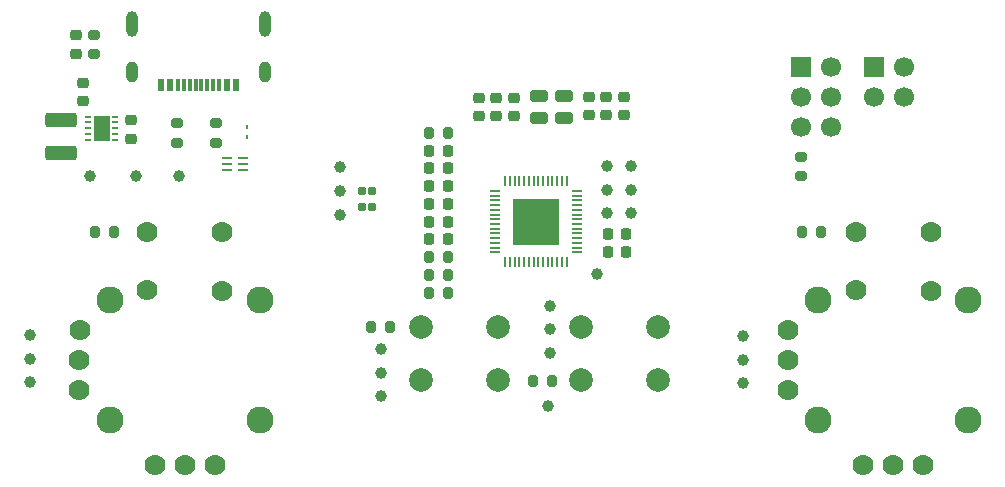
<source format=gbr>
%TF.GenerationSoftware,KiCad,Pcbnew,9.0.1-9.0.1-0~ubuntu24.04.1*%
%TF.CreationDate,2025-05-01T11:00:14-04:00*%
%TF.ProjectId,drone_sim_controler,64726f6e-655f-4736-996d-5f636f6e7472,rev?*%
%TF.SameCoordinates,Original*%
%TF.FileFunction,Soldermask,Top*%
%TF.FilePolarity,Negative*%
%FSLAX46Y46*%
G04 Gerber Fmt 4.6, Leading zero omitted, Abs format (unit mm)*
G04 Created by KiCad (PCBNEW 9.0.1-9.0.1-0~ubuntu24.04.1) date 2025-05-01 11:00:14*
%MOMM*%
%LPD*%
G01*
G04 APERTURE LIST*
G04 Aperture macros list*
%AMRoundRect*
0 Rectangle with rounded corners*
0 $1 Rounding radius*
0 $2 $3 $4 $5 $6 $7 $8 $9 X,Y pos of 4 corners*
0 Add a 4 corners polygon primitive as box body*
4,1,4,$2,$3,$4,$5,$6,$7,$8,$9,$2,$3,0*
0 Add four circle primitives for the rounded corners*
1,1,$1+$1,$2,$3*
1,1,$1+$1,$4,$5*
1,1,$1+$1,$6,$7*
1,1,$1+$1,$8,$9*
0 Add four rect primitives between the rounded corners*
20,1,$1+$1,$2,$3,$4,$5,0*
20,1,$1+$1,$4,$5,$6,$7,0*
20,1,$1+$1,$6,$7,$8,$9,0*
20,1,$1+$1,$8,$9,$2,$3,0*%
G04 Aperture macros list end*
%ADD10C,0.000000*%
%ADD11C,1.000000*%
%ADD12RoundRect,0.200000X-0.275000X0.200000X-0.275000X-0.200000X0.275000X-0.200000X0.275000X0.200000X0*%
%ADD13RoundRect,0.062500X0.350000X0.062500X-0.350000X0.062500X-0.350000X-0.062500X0.350000X-0.062500X0*%
%ADD14RoundRect,0.225000X0.225000X0.250000X-0.225000X0.250000X-0.225000X-0.250000X0.225000X-0.250000X0*%
%ADD15RoundRect,0.200000X0.200000X0.275000X-0.200000X0.275000X-0.200000X-0.275000X0.200000X-0.275000X0*%
%ADD16RoundRect,0.225000X0.250000X-0.225000X0.250000X0.225000X-0.250000X0.225000X-0.250000X-0.225000X0*%
%ADD17RoundRect,0.225000X-0.250000X0.225000X-0.250000X-0.225000X0.250000X-0.225000X0.250000X0.225000X0*%
%ADD18RoundRect,0.200000X-0.200000X-0.275000X0.200000X-0.275000X0.200000X0.275000X-0.200000X0.275000X0*%
%ADD19R,0.600000X1.100000*%
%ADD20R,0.300000X1.100000*%
%ADD21RoundRect,0.500000X-0.000010X0.400000X-0.000010X-0.400000X0.000010X-0.400000X0.000010X0.400000X0*%
%ADD22RoundRect,0.500000X-0.000010X0.600000X-0.000010X-0.600000X0.000010X-0.600000X0.000010X0.600000X0*%
%ADD23RoundRect,0.090000X-0.235000X0.210000X-0.235000X-0.210000X0.235000X-0.210000X0.235000X0.210000X0*%
%ADD24RoundRect,0.250000X1.075000X-0.375000X1.075000X0.375000X-1.075000X0.375000X-1.075000X-0.375000X0*%
%ADD25C,2.000000*%
%ADD26RoundRect,0.062500X-0.062500X0.117500X-0.062500X-0.117500X0.062500X-0.117500X0.062500X0.117500X0*%
%ADD27RoundRect,0.050000X-0.350000X-0.050000X0.350000X-0.050000X0.350000X0.050000X-0.350000X0.050000X0*%
%ADD28RoundRect,0.050000X-0.050000X-0.350000X0.050000X-0.350000X0.050000X0.350000X-0.050000X0.350000X0*%
%ADD29R,4.000000X4.000000*%
%ADD30C,1.778000*%
%ADD31C,2.286000*%
%ADD32O,0.599999X0.249999*%
%ADD33R,1.200000X2.000001*%
%ADD34C,0.499999*%
%ADD35RoundRect,0.157500X-0.567500X-0.367500X0.567500X-0.367500X0.567500X0.367500X-0.567500X0.367500X0*%
%ADD36RoundRect,0.225000X-0.225000X-0.250000X0.225000X-0.250000X0.225000X0.250000X-0.225000X0.250000X0*%
%ADD37R,1.700000X1.700000*%
%ADD38C,1.700000*%
%ADD39RoundRect,0.200000X0.275000X-0.200000X0.275000X0.200000X-0.275000X0.200000X-0.275000X-0.200000X0*%
G04 APERTURE END LIST*
D10*
%TO.C,U3*%
G36*
X60363499Y-128206300D02*
G01*
X59036501Y-128206300D01*
X59036501Y-127736499D01*
X60363499Y-127736499D01*
X60363499Y-128206300D01*
G37*
G36*
X60363499Y-128993700D02*
G01*
X59036501Y-128993700D01*
X59036501Y-128606300D01*
X60363499Y-128606300D01*
X60363499Y-128993700D01*
G37*
G36*
X59500000Y-129863501D02*
G01*
X59036501Y-129863501D01*
X59036501Y-127736499D01*
X59500000Y-127736499D01*
X59500000Y-129863501D01*
G37*
G36*
X60363499Y-129863501D02*
G01*
X59036501Y-129863501D01*
X59036501Y-129393700D01*
X60363499Y-129393700D01*
X60363499Y-129863501D01*
G37*
G36*
X60363499Y-129863501D02*
G01*
X59900000Y-129863501D01*
X59900000Y-127736499D01*
X60363499Y-127736499D01*
X60363499Y-129863501D01*
G37*
%TD*%
D11*
%TO.C,TP4*%
X102500000Y-136000000D03*
%TD*%
%TO.C,TP1*%
X104500000Y-136000000D03*
%TD*%
%TO.C,TP2*%
X104500000Y-134000000D03*
%TD*%
%TO.C,TP26*%
X79900000Y-136100000D03*
%TD*%
%TO.C,TP25*%
X79900000Y-134100000D03*
%TD*%
%TO.C,TP24*%
X79900000Y-132100000D03*
%TD*%
%TO.C,TP23*%
X53600000Y-148300000D03*
%TD*%
%TO.C,TP22*%
X53600000Y-150300000D03*
%TD*%
%TO.C,TP21*%
X53600000Y-146300000D03*
%TD*%
%TO.C,TP20*%
X114000000Y-148400000D03*
%TD*%
%TO.C,TP19*%
X114000000Y-150400000D03*
%TD*%
%TO.C,TP18*%
X114000000Y-146400000D03*
%TD*%
%TO.C,TP17*%
X97500000Y-152300000D03*
%TD*%
%TO.C,TP16*%
X83300000Y-147500000D03*
%TD*%
%TO.C,TP15*%
X66200000Y-132800000D03*
%TD*%
D12*
%TO.C,R3*%
X69400000Y-130025000D03*
X69400000Y-128375000D03*
%TD*%
%TO.C,R2*%
X66100000Y-130025000D03*
X66100000Y-128375000D03*
%TD*%
D13*
%TO.C,U2*%
X70312500Y-132300000D03*
X70312500Y-131800000D03*
X70312500Y-131300000D03*
X71687500Y-131300000D03*
X71687500Y-131800000D03*
X71687500Y-132300000D03*
%TD*%
D14*
%TO.C,C5*%
X88975000Y-132200000D03*
X87425000Y-132200000D03*
%TD*%
D11*
%TO.C,TP8*%
X97600000Y-143800000D03*
%TD*%
D15*
%TO.C,R7*%
X89025000Y-141200000D03*
X87375000Y-141200000D03*
%TD*%
D14*
%TO.C,C4*%
X88975000Y-135200000D03*
X87425000Y-135200000D03*
%TD*%
D16*
%TO.C,C29*%
X58100000Y-126475000D03*
X58100000Y-124925000D03*
%TD*%
D14*
%TO.C,C7*%
X88975000Y-133700000D03*
X87425000Y-133700000D03*
%TD*%
D11*
%TO.C,TP7*%
X101600000Y-141100000D03*
%TD*%
D17*
%TO.C,C14*%
X100900000Y-126125000D03*
X100900000Y-127675000D03*
%TD*%
D18*
%TO.C,R10*%
X118975000Y-137600000D03*
X120625000Y-137600000D03*
%TD*%
D11*
%TO.C,TP5*%
X102500000Y-134000000D03*
%TD*%
D18*
%TO.C,R9*%
X59075000Y-137600000D03*
X60725000Y-137600000D03*
%TD*%
%TO.C,R12*%
X96175000Y-150200000D03*
X97825000Y-150200000D03*
%TD*%
%TO.C,R11*%
X82475000Y-145600000D03*
X84125000Y-145600000D03*
%TD*%
D19*
%TO.C,J1*%
X71080000Y-125150000D03*
X70280000Y-125150000D03*
D20*
X69130000Y-125150000D03*
X68125000Y-125150000D03*
X67630000Y-125150000D03*
X66630000Y-125150000D03*
D19*
X64680000Y-125150000D03*
X65480000Y-125150000D03*
D20*
X66130000Y-125150000D03*
X67130000Y-125150000D03*
X68630000Y-125150000D03*
X69630000Y-125150000D03*
D21*
X73500000Y-124000000D03*
D22*
X73500000Y-120000000D03*
D21*
X62260000Y-124000000D03*
D22*
X62260000Y-120000000D03*
%TD*%
D15*
%TO.C,R8*%
X89025000Y-139700000D03*
X87375000Y-139700000D03*
%TD*%
D23*
%TO.C,D2*%
X81700000Y-135500000D03*
X82600000Y-135500000D03*
X81700000Y-134100000D03*
X82600000Y-134100000D03*
%TD*%
D12*
%TO.C,R4*%
X59000000Y-120875000D03*
X59000000Y-122525000D03*
%TD*%
D16*
%TO.C,C15*%
X94600000Y-127775000D03*
X94600000Y-126225000D03*
%TD*%
D11*
%TO.C,TP11*%
X83300000Y-151500000D03*
%TD*%
D14*
%TO.C,C9*%
X88975000Y-138200000D03*
X87425000Y-138200000D03*
%TD*%
D24*
%TO.C,L1*%
X56200000Y-130900000D03*
X56200000Y-128100000D03*
%TD*%
D11*
%TO.C,TP6*%
X104500000Y-132000000D03*
%TD*%
D25*
%TO.C,SW2*%
X100250000Y-145578497D03*
X106750000Y-145578497D03*
X100250000Y-150078497D03*
X106750000Y-150078497D03*
%TD*%
D11*
%TO.C,TP14*%
X62600000Y-132800000D03*
%TD*%
%TO.C,TP12*%
X83300000Y-149500000D03*
%TD*%
D17*
%TO.C,C13*%
X57500000Y-120925000D03*
X57500000Y-122475000D03*
%TD*%
D16*
%TO.C,C8*%
X91600000Y-127775000D03*
X91600000Y-126225000D03*
%TD*%
D15*
%TO.C,R6*%
X89025000Y-142700000D03*
X87375000Y-142700000D03*
%TD*%
D26*
%TO.C,D1*%
X72000000Y-129520000D03*
X72000000Y-128680000D03*
%TD*%
D27*
%TO.C,U1*%
X93000000Y-134100000D03*
X93000000Y-134500000D03*
X93000000Y-134900000D03*
X93000000Y-135300000D03*
X93000000Y-135700000D03*
X93000000Y-136100000D03*
X93000000Y-136500000D03*
X93000000Y-136900000D03*
X93000000Y-137300000D03*
X93000000Y-137700000D03*
X93000000Y-138100000D03*
X93000000Y-138500000D03*
X93000000Y-138900000D03*
X93000000Y-139300000D03*
D28*
X93850000Y-140150000D03*
X94250000Y-140150000D03*
X94650000Y-140150000D03*
X95050000Y-140150000D03*
X95450000Y-140150000D03*
X95850000Y-140150000D03*
X96250000Y-140150000D03*
X96650000Y-140150000D03*
X97050000Y-140150000D03*
X97450000Y-140150000D03*
X97850000Y-140150000D03*
X98250000Y-140150000D03*
X98650000Y-140150000D03*
X99050000Y-140150000D03*
D27*
X99900000Y-139300000D03*
X99900000Y-138900000D03*
X99900000Y-138500000D03*
X99900000Y-138100000D03*
X99900000Y-137700000D03*
X99900000Y-137300000D03*
X99900000Y-136900000D03*
X99900000Y-136500000D03*
X99900000Y-136100000D03*
X99900000Y-135700000D03*
X99900000Y-135300000D03*
X99900000Y-134900000D03*
X99900000Y-134500000D03*
X99900000Y-134100000D03*
D28*
X99050000Y-133250000D03*
X98650000Y-133250000D03*
X98250000Y-133250000D03*
X97850000Y-133250000D03*
X97450000Y-133250000D03*
X97050000Y-133250000D03*
X96650000Y-133250000D03*
X96250000Y-133250000D03*
X95850000Y-133250000D03*
X95450000Y-133250000D03*
X95050000Y-133250000D03*
X94650000Y-133250000D03*
X94250000Y-133250000D03*
X93850000Y-133250000D03*
D29*
X96450000Y-136700000D03*
%TD*%
D30*
%TO.C,JS2*%
X123525000Y-137585200D03*
X129875000Y-137605000D03*
X123525000Y-142525200D03*
X129885000Y-142545200D03*
X124175000Y-157275200D03*
X126715000Y-157295200D03*
X129255000Y-157275200D03*
D31*
X120350000Y-143335200D03*
X120350000Y-153465200D03*
X133050000Y-143320000D03*
X133050000Y-153480000D03*
D30*
X117810000Y-145860000D03*
X117795000Y-148385200D03*
X117795000Y-150925200D03*
%TD*%
D11*
%TO.C,TP9*%
X97600000Y-145800000D03*
%TD*%
%TO.C,TP10*%
X97600000Y-147800000D03*
%TD*%
%TO.C,TP13*%
X58700000Y-132800000D03*
%TD*%
D32*
%TO.C,U3*%
X58550000Y-127799997D03*
X58550000Y-128299998D03*
X58550000Y-128799997D03*
X58550000Y-129299996D03*
X58550000Y-129799998D03*
X60850000Y-129799998D03*
X60850000Y-129299996D03*
X60850000Y-128799997D03*
X60850000Y-128299998D03*
X60850000Y-127799997D03*
D33*
X59700000Y-128800000D03*
D34*
X59700000Y-128406300D03*
X59700000Y-129193700D03*
%TD*%
D35*
%TO.C,Y1*%
X96700000Y-127900000D03*
X98850000Y-127900000D03*
X98850000Y-126050000D03*
X96700000Y-126050000D03*
%TD*%
D36*
%TO.C,C2*%
X102562500Y-139262500D03*
X104112500Y-139262500D03*
%TD*%
D11*
%TO.C,TP3*%
X102500000Y-132000000D03*
%TD*%
D37*
%TO.C,J3*%
X125085000Y-123605000D03*
D38*
X127625000Y-123605000D03*
X125085000Y-126145000D03*
X127625000Y-126145000D03*
%TD*%
D25*
%TO.C,SW1*%
X86700000Y-145578497D03*
X93200000Y-145578497D03*
X86700000Y-150078497D03*
X93200000Y-150078497D03*
%TD*%
D16*
%TO.C,C12*%
X103900000Y-127675000D03*
X103900000Y-126125000D03*
%TD*%
D30*
%TO.C,JS1*%
X63525000Y-137585200D03*
X69875000Y-137605000D03*
X63525000Y-142525200D03*
X69885000Y-142545200D03*
X64175000Y-157275200D03*
X66715000Y-157295200D03*
X69255000Y-157275200D03*
D31*
X60350000Y-143335200D03*
X60350000Y-153465200D03*
X73050000Y-143320000D03*
X73050000Y-153480000D03*
D30*
X57810000Y-145860000D03*
X57795000Y-148385200D03*
X57795000Y-150925200D03*
%TD*%
D16*
%TO.C,C6*%
X93100000Y-127775000D03*
X93100000Y-126225000D03*
%TD*%
D37*
%TO.C,J2*%
X118860000Y-123600000D03*
D38*
X121400000Y-123600000D03*
X118860000Y-126140000D03*
X121400000Y-126140000D03*
X118860000Y-128680000D03*
X121400000Y-128680000D03*
%TD*%
D14*
%TO.C,C10*%
X88975000Y-130700000D03*
X87425000Y-130700000D03*
%TD*%
%TO.C,C3*%
X88975000Y-136700000D03*
X87425000Y-136700000D03*
%TD*%
D16*
%TO.C,C25*%
X62200000Y-129675000D03*
X62200000Y-128125000D03*
%TD*%
D39*
%TO.C,R1*%
X118900000Y-132850000D03*
X118900000Y-131200000D03*
%TD*%
D18*
%TO.C,R5*%
X87375000Y-129200000D03*
X89025000Y-129200000D03*
%TD*%
D36*
%TO.C,C11*%
X102562500Y-137762500D03*
X104112500Y-137762500D03*
%TD*%
D16*
%TO.C,C1*%
X102400000Y-127675000D03*
X102400000Y-126125000D03*
%TD*%
M02*

</source>
